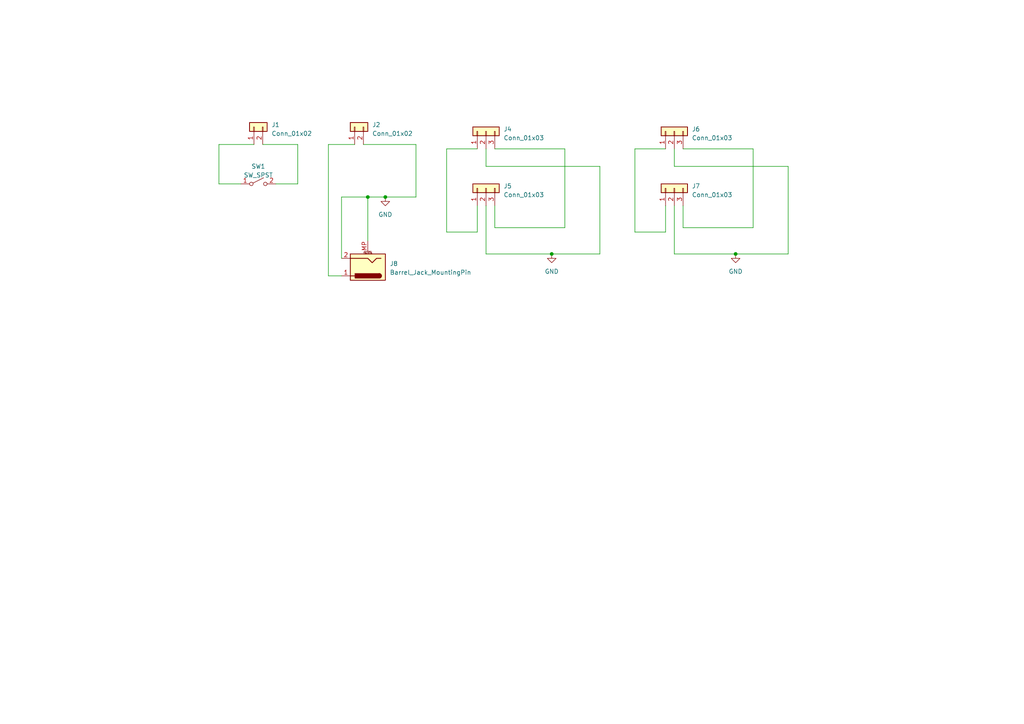
<source format=kicad_sch>
(kicad_sch (version 20230121) (generator eeschema)

  (uuid 902b443f-4b54-4a0f-b8de-b45fe5380eaf)

  (paper "A4")

  (lib_symbols
    (symbol "Connector:Barrel_Jack_MountingPin" (pin_names hide) (in_bom yes) (on_board yes)
      (property "Reference" "J" (at 0 5.334 0)
        (effects (font (size 1.27 1.27)))
      )
      (property "Value" "Barrel_Jack_MountingPin" (at 1.27 -6.35 0)
        (effects (font (size 1.27 1.27)) (justify left))
      )
      (property "Footprint" "" (at 1.27 -1.016 0)
        (effects (font (size 1.27 1.27)) hide)
      )
      (property "Datasheet" "~" (at 1.27 -1.016 0)
        (effects (font (size 1.27 1.27)) hide)
      )
      (property "ki_keywords" "DC power barrel jack connector" (at 0 0 0)
        (effects (font (size 1.27 1.27)) hide)
      )
      (property "ki_description" "DC Barrel Jack with a mounting pin" (at 0 0 0)
        (effects (font (size 1.27 1.27)) hide)
      )
      (property "ki_fp_filters" "BarrelJack*" (at 0 0 0)
        (effects (font (size 1.27 1.27)) hide)
      )
      (symbol "Barrel_Jack_MountingPin_0_1"
        (rectangle (start -5.08 3.81) (end 5.08 -3.81)
          (stroke (width 0.254) (type default))
          (fill (type background))
        )
        (arc (start -3.302 3.175) (mid -3.9343 2.54) (end -3.302 1.905)
          (stroke (width 0.254) (type default))
          (fill (type none))
        )
        (arc (start -3.302 3.175) (mid -3.9343 2.54) (end -3.302 1.905)
          (stroke (width 0.254) (type default))
          (fill (type outline))
        )
        (polyline
          (pts
            (xy 5.08 2.54)
            (xy 3.81 2.54)
          )
          (stroke (width 0.254) (type default))
          (fill (type none))
        )
        (polyline
          (pts
            (xy -3.81 -2.54)
            (xy -2.54 -2.54)
            (xy -1.27 -1.27)
            (xy 0 -2.54)
            (xy 2.54 -2.54)
            (xy 5.08 -2.54)
          )
          (stroke (width 0.254) (type default))
          (fill (type none))
        )
        (rectangle (start 3.683 3.175) (end -3.302 1.905)
          (stroke (width 0.254) (type default))
          (fill (type outline))
        )
      )
      (symbol "Barrel_Jack_MountingPin_1_1"
        (polyline
          (pts
            (xy -1.016 -4.572)
            (xy 1.016 -4.572)
          )
          (stroke (width 0.1524) (type default))
          (fill (type none))
        )
        (text "Mounting" (at 0 -4.191 0)
          (effects (font (size 0.381 0.381)))
        )
        (pin passive line (at 7.62 2.54 180) (length 2.54)
          (name "~" (effects (font (size 1.27 1.27))))
          (number "1" (effects (font (size 1.27 1.27))))
        )
        (pin passive line (at 7.62 -2.54 180) (length 2.54)
          (name "~" (effects (font (size 1.27 1.27))))
          (number "2" (effects (font (size 1.27 1.27))))
        )
        (pin passive line (at 0 -7.62 90) (length 3.048)
          (name "MountPin" (effects (font (size 1.27 1.27))))
          (number "MP" (effects (font (size 1.27 1.27))))
        )
      )
    )
    (symbol "Connector_Generic:Conn_01x02" (pin_names (offset 1.016) hide) (in_bom yes) (on_board yes)
      (property "Reference" "J" (at 0 2.54 0)
        (effects (font (size 1.27 1.27)))
      )
      (property "Value" "Conn_01x02" (at 0 -5.08 0)
        (effects (font (size 1.27 1.27)))
      )
      (property "Footprint" "" (at 0 0 0)
        (effects (font (size 1.27 1.27)) hide)
      )
      (property "Datasheet" "~" (at 0 0 0)
        (effects (font (size 1.27 1.27)) hide)
      )
      (property "ki_keywords" "connector" (at 0 0 0)
        (effects (font (size 1.27 1.27)) hide)
      )
      (property "ki_description" "Generic connector, single row, 01x02, script generated (kicad-library-utils/schlib/autogen/connector/)" (at 0 0 0)
        (effects (font (size 1.27 1.27)) hide)
      )
      (property "ki_fp_filters" "Connector*:*_1x??_*" (at 0 0 0)
        (effects (font (size 1.27 1.27)) hide)
      )
      (symbol "Conn_01x02_1_1"
        (rectangle (start -1.27 -2.413) (end 0 -2.667)
          (stroke (width 0.1524) (type default))
          (fill (type none))
        )
        (rectangle (start -1.27 0.127) (end 0 -0.127)
          (stroke (width 0.1524) (type default))
          (fill (type none))
        )
        (rectangle (start -1.27 1.27) (end 1.27 -3.81)
          (stroke (width 0.254) (type default))
          (fill (type background))
        )
        (pin passive line (at -5.08 0 0) (length 3.81)
          (name "Pin_1" (effects (font (size 1.27 1.27))))
          (number "1" (effects (font (size 1.27 1.27))))
        )
        (pin passive line (at -5.08 -2.54 0) (length 3.81)
          (name "Pin_2" (effects (font (size 1.27 1.27))))
          (number "2" (effects (font (size 1.27 1.27))))
        )
      )
    )
    (symbol "Connector_Generic:Conn_01x03" (pin_names (offset 1.016) hide) (in_bom yes) (on_board yes)
      (property "Reference" "J" (at 0 5.08 0)
        (effects (font (size 1.27 1.27)))
      )
      (property "Value" "Conn_01x03" (at 0 -5.08 0)
        (effects (font (size 1.27 1.27)))
      )
      (property "Footprint" "" (at 0 0 0)
        (effects (font (size 1.27 1.27)) hide)
      )
      (property "Datasheet" "~" (at 0 0 0)
        (effects (font (size 1.27 1.27)) hide)
      )
      (property "ki_keywords" "connector" (at 0 0 0)
        (effects (font (size 1.27 1.27)) hide)
      )
      (property "ki_description" "Generic connector, single row, 01x03, script generated (kicad-library-utils/schlib/autogen/connector/)" (at 0 0 0)
        (effects (font (size 1.27 1.27)) hide)
      )
      (property "ki_fp_filters" "Connector*:*_1x??_*" (at 0 0 0)
        (effects (font (size 1.27 1.27)) hide)
      )
      (symbol "Conn_01x03_1_1"
        (rectangle (start -1.27 -2.413) (end 0 -2.667)
          (stroke (width 0.1524) (type default))
          (fill (type none))
        )
        (rectangle (start -1.27 0.127) (end 0 -0.127)
          (stroke (width 0.1524) (type default))
          (fill (type none))
        )
        (rectangle (start -1.27 2.667) (end 0 2.413)
          (stroke (width 0.1524) (type default))
          (fill (type none))
        )
        (rectangle (start -1.27 3.81) (end 1.27 -3.81)
          (stroke (width 0.254) (type default))
          (fill (type background))
        )
        (pin passive line (at -5.08 2.54 0) (length 3.81)
          (name "Pin_1" (effects (font (size 1.27 1.27))))
          (number "1" (effects (font (size 1.27 1.27))))
        )
        (pin passive line (at -5.08 0 0) (length 3.81)
          (name "Pin_2" (effects (font (size 1.27 1.27))))
          (number "2" (effects (font (size 1.27 1.27))))
        )
        (pin passive line (at -5.08 -2.54 0) (length 3.81)
          (name "Pin_3" (effects (font (size 1.27 1.27))))
          (number "3" (effects (font (size 1.27 1.27))))
        )
      )
    )
    (symbol "Switch:SW_SPST" (pin_names (offset 0) hide) (in_bom yes) (on_board yes)
      (property "Reference" "SW" (at 0 3.175 0)
        (effects (font (size 1.27 1.27)))
      )
      (property "Value" "SW_SPST" (at 0 -2.54 0)
        (effects (font (size 1.27 1.27)))
      )
      (property "Footprint" "" (at 0 0 0)
        (effects (font (size 1.27 1.27)) hide)
      )
      (property "Datasheet" "~" (at 0 0 0)
        (effects (font (size 1.27 1.27)) hide)
      )
      (property "ki_keywords" "switch lever" (at 0 0 0)
        (effects (font (size 1.27 1.27)) hide)
      )
      (property "ki_description" "Single Pole Single Throw (SPST) switch" (at 0 0 0)
        (effects (font (size 1.27 1.27)) hide)
      )
      (symbol "SW_SPST_0_0"
        (circle (center -2.032 0) (radius 0.508)
          (stroke (width 0) (type default))
          (fill (type none))
        )
        (polyline
          (pts
            (xy -1.524 0.254)
            (xy 1.524 1.778)
          )
          (stroke (width 0) (type default))
          (fill (type none))
        )
        (circle (center 2.032 0) (radius 0.508)
          (stroke (width 0) (type default))
          (fill (type none))
        )
      )
      (symbol "SW_SPST_1_1"
        (pin passive line (at -5.08 0 0) (length 2.54)
          (name "A" (effects (font (size 1.27 1.27))))
          (number "1" (effects (font (size 1.27 1.27))))
        )
        (pin passive line (at 5.08 0 180) (length 2.54)
          (name "B" (effects (font (size 1.27 1.27))))
          (number "2" (effects (font (size 1.27 1.27))))
        )
      )
    )
    (symbol "power:GND" (power) (pin_names (offset 0)) (in_bom yes) (on_board yes)
      (property "Reference" "#PWR" (at 0 -6.35 0)
        (effects (font (size 1.27 1.27)) hide)
      )
      (property "Value" "GND" (at 0 -3.81 0)
        (effects (font (size 1.27 1.27)))
      )
      (property "Footprint" "" (at 0 0 0)
        (effects (font (size 1.27 1.27)) hide)
      )
      (property "Datasheet" "" (at 0 0 0)
        (effects (font (size 1.27 1.27)) hide)
      )
      (property "ki_keywords" "global power" (at 0 0 0)
        (effects (font (size 1.27 1.27)) hide)
      )
      (property "ki_description" "Power symbol creates a global label with name \"GND\" , ground" (at 0 0 0)
        (effects (font (size 1.27 1.27)) hide)
      )
      (symbol "GND_0_1"
        (polyline
          (pts
            (xy 0 0)
            (xy 0 -1.27)
            (xy 1.27 -1.27)
            (xy 0 -2.54)
            (xy -1.27 -1.27)
            (xy 0 -1.27)
          )
          (stroke (width 0) (type default))
          (fill (type none))
        )
      )
      (symbol "GND_1_1"
        (pin power_in line (at 0 0 270) (length 0) hide
          (name "GND" (effects (font (size 1.27 1.27))))
          (number "1" (effects (font (size 1.27 1.27))))
        )
      )
    )
  )

  (junction (at 106.68 57.15) (diameter 0) (color 0 0 0 0)
    (uuid 1809dd99-5b99-45c2-b71b-a72ad3dd358a)
  )
  (junction (at 213.36 73.66) (diameter 0) (color 0 0 0 0)
    (uuid 36d52a78-e0f9-45b0-8176-98a345459e7b)
  )
  (junction (at 160.02 73.66) (diameter 0) (color 0 0 0 0)
    (uuid 820b24e6-82b3-45c6-be3c-531beb81eb05)
  )
  (junction (at 111.76 57.15) (diameter 0) (color 0 0 0 0)
    (uuid 8858700c-7bd1-4126-b0f0-da3348f8a588)
  )

  (wire (pts (xy 129.54 43.18) (xy 138.43 43.18))
    (stroke (width 0) (type default))
    (uuid 06c90b25-4289-48bd-8bbf-762d26a62a77)
  )
  (wire (pts (xy 111.76 57.15) (xy 120.65 57.15))
    (stroke (width 0) (type default))
    (uuid 0a3a447f-0a4e-49ca-aa2a-51f123830f80)
  )
  (wire (pts (xy 95.25 80.01) (xy 99.06 80.01))
    (stroke (width 0) (type default))
    (uuid 0ab0076a-6db9-40dd-b8fc-2953520d1076)
  )
  (wire (pts (xy 120.65 57.15) (xy 120.65 41.91))
    (stroke (width 0) (type default))
    (uuid 1831c52a-8a7a-4b55-95b7-047343993014)
  )
  (wire (pts (xy 228.6 73.66) (xy 228.6 48.26))
    (stroke (width 0) (type default))
    (uuid 1ce3a2a5-6fb4-4980-a8c1-d6227f8bc362)
  )
  (wire (pts (xy 193.04 67.31) (xy 184.15 67.31))
    (stroke (width 0) (type default))
    (uuid 1f0f2ebe-4cf5-452e-aa0f-963a723504ed)
  )
  (wire (pts (xy 228.6 48.26) (xy 195.58 48.26))
    (stroke (width 0) (type default))
    (uuid 2f3cdd13-8bb9-42c4-aa16-f92dcd4e3a66)
  )
  (wire (pts (xy 195.58 59.69) (xy 195.58 73.66))
    (stroke (width 0) (type default))
    (uuid 34f65495-75ba-426c-b5df-be80069277d1)
  )
  (wire (pts (xy 184.15 67.31) (xy 184.15 43.18))
    (stroke (width 0) (type default))
    (uuid 387cceec-e420-44ce-9333-f403a8ec64f8)
  )
  (wire (pts (xy 140.97 59.69) (xy 140.97 73.66))
    (stroke (width 0) (type default))
    (uuid 3c19b7ec-a85f-4643-8ebe-a9753c2188da)
  )
  (wire (pts (xy 129.54 67.31) (xy 129.54 43.18))
    (stroke (width 0) (type default))
    (uuid 3c506e55-3327-43bb-87a3-1863205d040d)
  )
  (wire (pts (xy 143.51 66.04) (xy 163.83 66.04))
    (stroke (width 0) (type default))
    (uuid 3e9abda8-c341-41f3-ad04-f81da6d9b53e)
  )
  (wire (pts (xy 106.68 57.15) (xy 111.76 57.15))
    (stroke (width 0) (type default))
    (uuid 418705cf-a9c4-4d25-9c0d-85312b45d144)
  )
  (wire (pts (xy 160.02 73.66) (xy 173.99 73.66))
    (stroke (width 0) (type default))
    (uuid 4caf5dec-0d3c-47cb-ac70-7d25f675e02c)
  )
  (wire (pts (xy 120.65 41.91) (xy 105.41 41.91))
    (stroke (width 0) (type default))
    (uuid 4f4f7f4d-b8f3-4b14-891d-c5a45fa9f422)
  )
  (wire (pts (xy 76.2 41.91) (xy 86.36 41.91))
    (stroke (width 0) (type default))
    (uuid 572b43f6-4d94-4fcf-ac76-0f033c87b6b3)
  )
  (wire (pts (xy 86.36 53.34) (xy 80.01 53.34))
    (stroke (width 0) (type default))
    (uuid 58c19ef3-6c5b-4746-b1bc-78e567b46b79)
  )
  (wire (pts (xy 218.44 66.04) (xy 218.44 43.18))
    (stroke (width 0) (type default))
    (uuid 5e4f31a0-006e-4794-9ee8-1037fa970482)
  )
  (wire (pts (xy 95.25 41.91) (xy 95.25 80.01))
    (stroke (width 0) (type default))
    (uuid 5fb12136-2301-46b3-98ed-53e4585a9e26)
  )
  (wire (pts (xy 143.51 59.69) (xy 143.51 66.04))
    (stroke (width 0) (type default))
    (uuid 67f2253f-d49a-4095-b3c6-161263222636)
  )
  (wire (pts (xy 86.36 41.91) (xy 86.36 53.34))
    (stroke (width 0) (type default))
    (uuid 6bfffaa8-cad3-496d-9b39-144c893725ce)
  )
  (wire (pts (xy 99.06 57.15) (xy 106.68 57.15))
    (stroke (width 0) (type default))
    (uuid 6c5856e6-d248-458f-bdec-2479dbdb7811)
  )
  (wire (pts (xy 213.36 73.66) (xy 228.6 73.66))
    (stroke (width 0) (type default))
    (uuid 6f6836d4-d3ab-49fb-a853-264b203dd671)
  )
  (wire (pts (xy 138.43 59.69) (xy 138.43 67.31))
    (stroke (width 0) (type default))
    (uuid 7028701e-e4b7-486a-9b2a-3e9339b773fe)
  )
  (wire (pts (xy 184.15 43.18) (xy 193.04 43.18))
    (stroke (width 0) (type default))
    (uuid 7672a7bc-1023-4122-a0fa-bfccda679242)
  )
  (wire (pts (xy 102.87 41.91) (xy 95.25 41.91))
    (stroke (width 0) (type default))
    (uuid 7c9a11c8-953c-49a8-9ab3-74984d764f60)
  )
  (wire (pts (xy 140.97 73.66) (xy 160.02 73.66))
    (stroke (width 0) (type default))
    (uuid 835846f4-9518-4694-955b-d44a2cb5f0a5)
  )
  (wire (pts (xy 163.83 66.04) (xy 163.83 43.18))
    (stroke (width 0) (type default))
    (uuid 8b3bb20f-6371-40e1-9f7c-eb84f78fece3)
  )
  (wire (pts (xy 173.99 73.66) (xy 173.99 48.26))
    (stroke (width 0) (type default))
    (uuid 940d0eaf-f5bb-4e9d-b49b-dbf05269baa0)
  )
  (wire (pts (xy 69.85 53.34) (xy 63.5 53.34))
    (stroke (width 0) (type default))
    (uuid 98043c12-c18f-4543-9ebd-0271458a7364)
  )
  (wire (pts (xy 63.5 41.91) (xy 73.66 41.91))
    (stroke (width 0) (type default))
    (uuid 9c1378d4-589a-4aa2-ad7c-c24adfa7820b)
  )
  (wire (pts (xy 106.68 57.15) (xy 106.68 69.85))
    (stroke (width 0) (type default))
    (uuid 9d9b5c59-56e3-4b46-b5b0-04b71bb37134)
  )
  (wire (pts (xy 140.97 48.26) (xy 140.97 43.18))
    (stroke (width 0) (type default))
    (uuid 9e45a681-431d-4fa6-8c4c-4114f7a2abcf)
  )
  (wire (pts (xy 99.06 74.93) (xy 99.06 57.15))
    (stroke (width 0) (type default))
    (uuid a1a1f7bb-501c-4a2f-b680-9485689e2b77)
  )
  (wire (pts (xy 218.44 43.18) (xy 198.12 43.18))
    (stroke (width 0) (type default))
    (uuid a44f91d0-ab45-4c7c-9ea0-9a895d6ae51f)
  )
  (wire (pts (xy 63.5 53.34) (xy 63.5 41.91))
    (stroke (width 0) (type default))
    (uuid c26cb16a-8c1a-4545-beae-cd3164989467)
  )
  (wire (pts (xy 173.99 48.26) (xy 140.97 48.26))
    (stroke (width 0) (type default))
    (uuid c3386fea-4591-476f-b3cd-4c71b07f5f68)
  )
  (wire (pts (xy 193.04 59.69) (xy 193.04 67.31))
    (stroke (width 0) (type default))
    (uuid c3bbf92b-68b6-4f5a-aac5-37c80164a72b)
  )
  (wire (pts (xy 198.12 59.69) (xy 198.12 66.04))
    (stroke (width 0) (type default))
    (uuid c3ed1ff0-fa07-4409-aaca-2ffcca0579b8)
  )
  (wire (pts (xy 198.12 66.04) (xy 218.44 66.04))
    (stroke (width 0) (type default))
    (uuid c9a59ede-1ed4-4fca-a1b2-b7040b541cb1)
  )
  (wire (pts (xy 138.43 67.31) (xy 129.54 67.31))
    (stroke (width 0) (type default))
    (uuid cf23331b-c45f-4bc1-8858-3c5c94d83961)
  )
  (wire (pts (xy 195.58 48.26) (xy 195.58 43.18))
    (stroke (width 0) (type default))
    (uuid e37a578b-5a7b-4e3f-8f37-3d5c6682328e)
  )
  (wire (pts (xy 163.83 43.18) (xy 143.51 43.18))
    (stroke (width 0) (type default))
    (uuid f23855a9-07c6-4ed9-817e-f6377210617a)
  )
  (wire (pts (xy 195.58 73.66) (xy 213.36 73.66))
    (stroke (width 0) (type default))
    (uuid ff915463-4002-4bca-bf8d-dc9d054b4fc1)
  )

  (symbol (lib_id "Connector:Barrel_Jack_MountingPin") (at 106.68 77.47 180) (unit 1)
    (in_bom yes) (on_board yes) (dnp no) (fields_autoplaced)
    (uuid 036ee8c2-cd1f-439d-840c-22c23504e413)
    (property "Reference" "J8" (at 113.03 76.4794 0)
      (effects (font (size 1.27 1.27)) (justify right))
    )
    (property "Value" "Barrel_Jack_MountingPin" (at 113.03 79.0194 0)
      (effects (font (size 1.27 1.27)) (justify right))
    )
    (property "Footprint" "TeenAstro:BarrelJack_Vertical" (at 105.41 76.454 0)
      (effects (font (size 1.27 1.27)) hide)
    )
    (property "Datasheet" "~" (at 105.41 76.454 0)
      (effects (font (size 1.27 1.27)) hide)
    )
    (pin "1" (uuid c8df25fa-5dcc-4bc4-9f1e-8dde87676215))
    (pin "2" (uuid 4700b75c-a43d-47af-8724-8cae4bda358a))
    (pin "MP" (uuid 3828bf8d-77e8-493a-b1c5-d1851c3b6d2c))
    (instances
      (project "Other-power"
        (path "/902b443f-4b54-4a0f-b8de-b45fe5380eaf"
          (reference "J8") (unit 1)
        )
      )
    )
  )

  (symbol (lib_id "power:GND") (at 111.76 57.15 0) (unit 1)
    (in_bom yes) (on_board yes) (dnp no) (fields_autoplaced)
    (uuid 0b82d4ec-d314-4c53-a071-2d25baf04d55)
    (property "Reference" "#PWR01" (at 111.76 63.5 0)
      (effects (font (size 1.27 1.27)) hide)
    )
    (property "Value" "GND" (at 111.76 62.23 0)
      (effects (font (size 1.27 1.27)))
    )
    (property "Footprint" "" (at 111.76 57.15 0)
      (effects (font (size 1.27 1.27)) hide)
    )
    (property "Datasheet" "" (at 111.76 57.15 0)
      (effects (font (size 1.27 1.27)) hide)
    )
    (pin "1" (uuid c422c7b8-4af6-44bc-99bd-ab3fcecf2665))
    (instances
      (project "Other-power"
        (path "/902b443f-4b54-4a0f-b8de-b45fe5380eaf"
          (reference "#PWR01") (unit 1)
        )
      )
    )
  )

  (symbol (lib_id "Connector_Generic:Conn_01x03") (at 140.97 38.1 90) (unit 1)
    (in_bom yes) (on_board yes) (dnp no) (fields_autoplaced)
    (uuid 2e74d73b-746d-403b-b191-3864fedf00f9)
    (property "Reference" "J4" (at 146.05 37.465 90)
      (effects (font (size 1.27 1.27)) (justify right))
    )
    (property "Value" "Conn_01x03" (at 146.05 40.005 90)
      (effects (font (size 1.27 1.27)) (justify right))
    )
    (property "Footprint" "Connector_JST:JST_XH_B3B-XH-A_1x03_P2.50mm_Vertical" (at 140.97 38.1 0)
      (effects (font (size 1.27 1.27)) hide)
    )
    (property "Datasheet" "~" (at 140.97 38.1 0)
      (effects (font (size 1.27 1.27)) hide)
    )
    (pin "1" (uuid 0a2ed08f-4de6-4e51-ba0e-9d3b99389f6b))
    (pin "2" (uuid dd246804-e3a0-40bb-b7d5-3de1e069a93a))
    (pin "3" (uuid f1d38f54-713b-4b6b-ae7d-aef4e38e2772))
    (instances
      (project "Other-power"
        (path "/902b443f-4b54-4a0f-b8de-b45fe5380eaf"
          (reference "J4") (unit 1)
        )
      )
    )
  )

  (symbol (lib_id "Connector_Generic:Conn_01x02") (at 102.87 36.83 90) (unit 1)
    (in_bom yes) (on_board yes) (dnp no) (fields_autoplaced)
    (uuid 36fc788c-c84b-4f32-9f8e-b9e677fc93f6)
    (property "Reference" "J2" (at 107.95 36.195 90)
      (effects (font (size 1.27 1.27)) (justify right))
    )
    (property "Value" "Conn_01x02" (at 107.95 38.735 90)
      (effects (font (size 1.27 1.27)) (justify right))
    )
    (property "Footprint" "Connector_JST:JST_VH_B2P-VH-B_1x02_P3.96mm_Vertical" (at 102.87 36.83 0)
      (effects (font (size 1.27 1.27)) hide)
    )
    (property "Datasheet" "~" (at 102.87 36.83 0)
      (effects (font (size 1.27 1.27)) hide)
    )
    (pin "1" (uuid 456f7f80-fa1d-4d30-856b-22600a4b1e91))
    (pin "2" (uuid c652a9c8-6dbf-408b-a551-90ed63ec2bfb))
    (instances
      (project "Other-power"
        (path "/902b443f-4b54-4a0f-b8de-b45fe5380eaf"
          (reference "J2") (unit 1)
        )
      )
    )
  )

  (symbol (lib_id "Connector_Generic:Conn_01x03") (at 195.58 38.1 90) (unit 1)
    (in_bom yes) (on_board yes) (dnp no) (fields_autoplaced)
    (uuid 614e2f5e-c69d-4272-b69d-77a6ff1a193b)
    (property "Reference" "J6" (at 200.66 37.465 90)
      (effects (font (size 1.27 1.27)) (justify right))
    )
    (property "Value" "Conn_01x03" (at 200.66 40.005 90)
      (effects (font (size 1.27 1.27)) (justify right))
    )
    (property "Footprint" "Connector_JST:JST_XH_B3B-XH-A_1x03_P2.50mm_Vertical" (at 195.58 38.1 0)
      (effects (font (size 1.27 1.27)) hide)
    )
    (property "Datasheet" "~" (at 195.58 38.1 0)
      (effects (font (size 1.27 1.27)) hide)
    )
    (pin "1" (uuid 2f799745-cc9e-4549-aa6f-450778118d69))
    (pin "2" (uuid d9fd1b72-d094-416b-9476-58ea4eb19658))
    (pin "3" (uuid e89b1f8f-d66b-4ac3-82fe-e89b1feb4ea9))
    (instances
      (project "Other-power"
        (path "/902b443f-4b54-4a0f-b8de-b45fe5380eaf"
          (reference "J6") (unit 1)
        )
      )
    )
  )

  (symbol (lib_id "Connector_Generic:Conn_01x03") (at 195.58 54.61 90) (unit 1)
    (in_bom yes) (on_board yes) (dnp no) (fields_autoplaced)
    (uuid 74fba04d-b270-46f3-838a-550726b97170)
    (property "Reference" "J7" (at 200.66 53.975 90)
      (effects (font (size 1.27 1.27)) (justify right))
    )
    (property "Value" "Conn_01x03" (at 200.66 56.515 90)
      (effects (font (size 1.27 1.27)) (justify right))
    )
    (property "Footprint" "Connector_PinHeader_2.54mm:PinHeader_1x03_P2.54mm_Vertical" (at 195.58 54.61 0)
      (effects (font (size 1.27 1.27)) hide)
    )
    (property "Datasheet" "~" (at 195.58 54.61 0)
      (effects (font (size 1.27 1.27)) hide)
    )
    (pin "1" (uuid b31914b3-ff62-4c6b-83fa-7b7e3520fb8f))
    (pin "2" (uuid 309eb5d5-bba6-41bc-9c8f-9a3c34cdd49c))
    (pin "3" (uuid 985b9d21-ffe0-454e-93e1-6b9494ce5c07))
    (instances
      (project "Other-power"
        (path "/902b443f-4b54-4a0f-b8de-b45fe5380eaf"
          (reference "J7") (unit 1)
        )
      )
    )
  )

  (symbol (lib_id "power:GND") (at 160.02 73.66 0) (unit 1)
    (in_bom yes) (on_board yes) (dnp no) (fields_autoplaced)
    (uuid a0f51c1a-3b3a-45e9-90df-d83bb727d394)
    (property "Reference" "#PWR02" (at 160.02 80.01 0)
      (effects (font (size 1.27 1.27)) hide)
    )
    (property "Value" "GND" (at 160.02 78.74 0)
      (effects (font (size 1.27 1.27)))
    )
    (property "Footprint" "" (at 160.02 73.66 0)
      (effects (font (size 1.27 1.27)) hide)
    )
    (property "Datasheet" "" (at 160.02 73.66 0)
      (effects (font (size 1.27 1.27)) hide)
    )
    (pin "1" (uuid f1216d22-5dd4-4ec9-a96c-860b21239278))
    (instances
      (project "Other-power"
        (path "/902b443f-4b54-4a0f-b8de-b45fe5380eaf"
          (reference "#PWR02") (unit 1)
        )
      )
    )
  )

  (symbol (lib_id "Switch:SW_SPST") (at 74.93 53.34 0) (unit 1)
    (in_bom yes) (on_board yes) (dnp no) (fields_autoplaced)
    (uuid b016cd71-29a7-4704-98ac-4ecde13dfac2)
    (property "Reference" "SW1" (at 74.93 48.26 0)
      (effects (font (size 1.27 1.27)))
    )
    (property "Value" "SW_SPST" (at 74.93 50.8 0)
      (effects (font (size 1.27 1.27)))
    )
    (property "Footprint" "Power:Marquart" (at 74.93 53.34 0)
      (effects (font (size 1.27 1.27)) hide)
    )
    (property "Datasheet" "~" (at 74.93 53.34 0)
      (effects (font (size 1.27 1.27)) hide)
    )
    (pin "1" (uuid 8634e863-9d21-4d8f-b609-0a9bdcfc778e))
    (pin "2" (uuid 906aaa91-ae0c-481e-b101-36913b0d464f))
    (instances
      (project "Other-power"
        (path "/902b443f-4b54-4a0f-b8de-b45fe5380eaf"
          (reference "SW1") (unit 1)
        )
      )
    )
  )

  (symbol (lib_id "power:GND") (at 213.36 73.66 0) (unit 1)
    (in_bom yes) (on_board yes) (dnp no) (fields_autoplaced)
    (uuid e1c17780-8dcf-46a5-81f1-24bbb606d01d)
    (property "Reference" "#PWR03" (at 213.36 80.01 0)
      (effects (font (size 1.27 1.27)) hide)
    )
    (property "Value" "GND" (at 213.36 78.74 0)
      (effects (font (size 1.27 1.27)))
    )
    (property "Footprint" "" (at 213.36 73.66 0)
      (effects (font (size 1.27 1.27)) hide)
    )
    (property "Datasheet" "" (at 213.36 73.66 0)
      (effects (font (size 1.27 1.27)) hide)
    )
    (pin "1" (uuid 1c37c450-0c5a-48f1-b5e4-b243092571ac))
    (instances
      (project "Other-power"
        (path "/902b443f-4b54-4a0f-b8de-b45fe5380eaf"
          (reference "#PWR03") (unit 1)
        )
      )
    )
  )

  (symbol (lib_id "Connector_Generic:Conn_01x02") (at 73.66 36.83 90) (unit 1)
    (in_bom yes) (on_board yes) (dnp no) (fields_autoplaced)
    (uuid e71e5b2a-ab53-4ccd-b431-8b01c9bb29b1)
    (property "Reference" "J1" (at 78.74 36.195 90)
      (effects (font (size 1.27 1.27)) (justify right))
    )
    (property "Value" "Conn_01x02" (at 78.74 38.735 90)
      (effects (font (size 1.27 1.27)) (justify right))
    )
    (property "Footprint" "Connector_JST:JST_VH_B2P-VH-B_1x02_P3.96mm_Vertical" (at 73.66 36.83 0)
      (effects (font (size 1.27 1.27)) hide)
    )
    (property "Datasheet" "~" (at 73.66 36.83 0)
      (effects (font (size 1.27 1.27)) hide)
    )
    (pin "1" (uuid 1a1bd86f-9b31-4989-af6c-61afb8d81eb5))
    (pin "2" (uuid 08059891-6fd2-41ac-a54f-831494709bdf))
    (instances
      (project "Other-power"
        (path "/902b443f-4b54-4a0f-b8de-b45fe5380eaf"
          (reference "J1") (unit 1)
        )
      )
    )
  )

  (symbol (lib_id "Connector_Generic:Conn_01x03") (at 140.97 54.61 90) (unit 1)
    (in_bom yes) (on_board yes) (dnp no) (fields_autoplaced)
    (uuid eb344248-2581-449f-a2cc-199bd1699d5b)
    (property "Reference" "J5" (at 146.05 53.975 90)
      (effects (font (size 1.27 1.27)) (justify right))
    )
    (property "Value" "Conn_01x03" (at 146.05 56.515 90)
      (effects (font (size 1.27 1.27)) (justify right))
    )
    (property "Footprint" "Connector_PinHeader_2.54mm:PinHeader_1x03_P2.54mm_Vertical" (at 140.97 54.61 0)
      (effects (font (size 1.27 1.27)) hide)
    )
    (property "Datasheet" "~" (at 140.97 54.61 0)
      (effects (font (size 1.27 1.27)) hide)
    )
    (pin "1" (uuid 4e89d229-2acd-4646-81ca-4c133335b157))
    (pin "2" (uuid 18388194-fe4e-4c79-acf0-c17038e0351b))
    (pin "3" (uuid ec1a97d3-8caa-4a01-b334-d183e74b22ed))
    (instances
      (project "Other-power"
        (path "/902b443f-4b54-4a0f-b8de-b45fe5380eaf"
          (reference "J5") (unit 1)
        )
      )
    )
  )

  (sheet_instances
    (path "/" (page "1"))
  )
)

</source>
